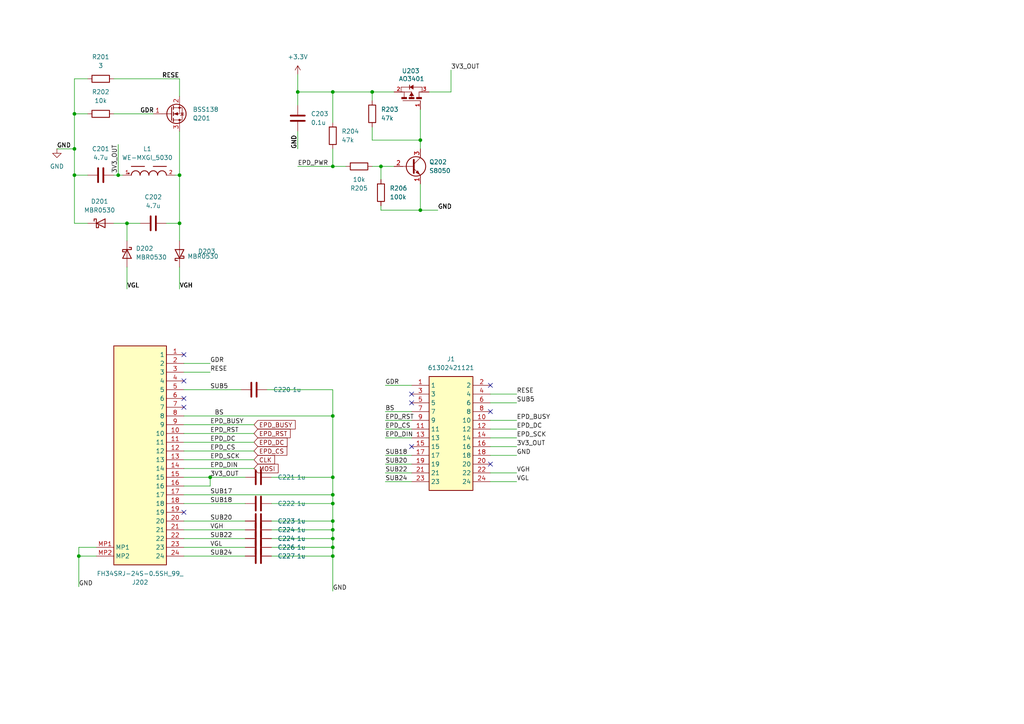
<source format=kicad_sch>
(kicad_sch (version 20250114) (generator "eeschema") (generator_version "9.0")
  (paper "A4")
  (lib_symbols
    (symbol "61302421121:61302421121"
      (property "Reference" "J" (at 19.05 7.62 0))
      (property "Value" "61302421121" (at 19.05 5.08 0))
      (symbol "61302421121_1_1"
        (rectangle (start 5.08 2.54) (end 17.78 -30.48) (stroke (width 0.254)) (fill (type background)))
        (pin passive line (at 0 0 0) (length 5.08) (name "1") (number "1"))
        (pin passive line (at 0 -2.54 0) (length 5.08) (name "3") (number "3"))
        (pin passive line (at 0 -5.08 0) (length 5.08) (name "5") (number "5"))
        (pin passive line (at 0 -7.62 0) (length 5.08) (name "7") (number "7"))
        (pin passive line (at 0 -10.16 0) (length 5.08) (name "9") (number "9"))
        (pin passive line (at 0 -12.7 0) (length 5.08) (name "11") (number "11"))
        (pin passive line (at 0 -15.24 0) (length 5.08) (name "13") (number "13"))
        (pin passive line (at 0 -17.78 0) (length 5.08) (name "15") (number "15"))
        (pin passive line (at 0 -20.32 0) (length 5.08) (name "17") (number "17"))
        (pin passive line (at 0 -22.86 0) (length 5.08) (name "19") (number "19"))
        (pin passive line (at 0 -25.4 0) (length 5.08) (name "21") (number "21"))
        (pin passive line (at 0 -27.94 0) (length 5.08) (name "23") (number "23"))
        (pin passive line (at 22.86 0 180) (length 5.08) (name "2") (number "2"))
        (pin passive line (at 22.86 -2.54 180) (length 5.08) (name "4") (number "4"))
        (pin passive line (at 22.86 -5.08 180) (length 5.08) (name "6") (number "6"))
        (pin passive line (at 22.86 -7.62 180) (length 5.08) (name "8") (number "8"))
        (pin passive line (at 22.86 -10.16 180) (length 5.08) (name "10") (number "10"))
        (pin passive line (at 22.86 -12.7 180) (length 5.08) (name "12") (number "12"))
        (pin passive line (at 22.86 -15.24 180) (length 5.08) (name "14") (number "14"))
        (pin passive line (at 22.86 -17.78 180) (length 5.08) (name "16") (number "16"))
        (pin passive line (at 22.86 -20.32 180) (length 5.08) (name "18") (number "18"))
        (pin passive line (at 22.86 -22.86 180) (length 5.08) (name "20") (number "20"))
        (pin passive line (at 22.86 -25.4 180) (length 5.08) (name "22") (number "22"))
        (pin passive line (at 22.86 -27.94 180) (length 5.08) (name "24") (number "24"))
      )
    )
    (symbol "AO3401:AO3401" (pin_names (offset 1.016))
      (property "Reference" "U" (at 0 -2.54 90))
      (property "Value" "AO3401" (at 2.54 -2.54 90))
      (symbol "AO3401_0_0"
        (polyline (pts (xy -0.508 0) (xy -0.508 -1.397)) (stroke (width 0.1524)))
        (polyline (pts (xy -0.508 -1.397) (xy 2.159 -1.397)) (stroke (width 0.1524)))
        (rectangle (start -0.381 1.524) (end 1.143 2.032) (stroke (width 0.1)) (fill (type outline)))
        (polyline (pts (xy 0 2.54) (xy 5.08 2.54)) (stroke (width 0.1524)))
        (polyline (pts (xy 0.381 1.524) (xy 0.381 0)) (stroke (width 0.1524)))
        (polyline (pts (xy 0.381 0) (xy 0 0)) (stroke (width 0.1524)))
        (rectangle (start 1.778 1.524) (end 3.302 2.032) (stroke (width 0.1)) (fill (type outline)))
        (polyline (pts (xy 2.54 1.651) (xy 2.54 0)) (stroke (width 0.1524)))
        (polyline (pts (xy 2.54 0.127) (xy 3.175 1.143) (xy 1.905 1.143) (xy 2.54 0.127)) (stroke (width 0.1016)) (fill (type outline)))
        (polyline (pts (xy 2.54 0) (xy 4.699 0)) (stroke (width 0.1524)))
        (polyline (pts (xy 3.048 -1.397) (xy 5.588 -1.397)) (stroke (width 0.1524)))
        (polyline (pts (xy 3.048 -1.397) (xy 2.032 -0.762) (xy 2.032 -2.032) (xy 3.048 -1.397)) (stroke (width 0.1016)) (fill (type outline)))
        (rectangle (start 3.048 -2.032) (end 3.175 -0.762) (stroke (width 0.1)) (fill (type outline)))
        (rectangle (start 3.937 1.524) (end 5.461 2.032) (stroke (width 0.1)) (fill (type outline)))
        (polyline (pts (xy 4.699 1.524) (xy 4.699 0)) (stroke (width 0.1524)))
        (polyline (pts (xy 4.699 0) (xy 5.08 0)) (stroke (width 0.1524)))
        (polyline (pts (xy 5.588 -1.397) (xy 5.588 0)) (stroke (width 0.1524)))
        (pin passive line (at -2.54 0 0) (length 2.54) (name "~") (number "3"))
        (pin passive line (at 0 5.08 270) (length 2.54) (name "~") (number "1"))
        (pin passive line (at 7.62 0 180) (length 2.54) (name "~") (number "2"))
      )
    )
    (symbol "Device:C" (pin_numbers (hide yes)) (pin_names (offset 0.254))
      (property "Reference" "C" (at 0.635 2.54 0))
      (property "Value" "C" (at 0.635 -2.54 0))
      (symbol "C_0_1"
        (polyline (pts (xy -2.032 0.762) (xy 2.032 0.762)) (stroke (width 0.508)))
        (polyline (pts (xy -2.032 -0.762) (xy 2.032 -0.762)) (stroke (width 0.508)))
      )
      (symbol "C_1_1"
        (pin passive line (at 0 3.81 270) (length 2.794) (name "~") (number "1"))
        (pin passive line (at 0 -3.81 90) (length 2.794) (name "~") (number "2"))
      )
    )
    (symbol "Device:R" (pin_numbers (hide yes)) (pin_names (offset 0))
      (property "Reference" "R" (at 2.032 0 90))
      (property "Value" "R" (at 0 0 90))
      (symbol "R_0_1"
        (rectangle (start -1.016 -2.54) (end 1.016 2.54) (stroke (width 0.254)))
      )
      (symbol "R_1_1"
        (pin passive line (at 0 3.81 270) (length 1.27) (name "~") (number "1"))
        (pin passive line (at 0 -3.81 90) (length 1.27) (name "~") (number "2"))
      )
    )
    (symbol "Diode:MBR0530" (pin_numbers (hide yes)) (pin_names (offset 1.016) (hide yes))
      (property "Reference" "D" (at 0 2.54 0))
      (property "Value" "MBR0530" (at 0 -2.54 0))
      (symbol "MBR0530_0_1"
        (polyline (pts (xy -1.905 0.635) (xy -1.905 1.27) (xy -1.27 1.27) (xy -1.27 -1.27) (xy -0.635 -1.27) (xy -0.635 -0.635)) (stroke (width 0.254)))
        (polyline (pts (xy 1.27 1.27) (xy 1.27 -1.27) (xy -1.27 0) (xy 1.27 1.27)) (stroke (width 0.254)))
        (polyline (pts (xy 1.27 0) (xy -1.27 0)))
      )
      (symbol "MBR0530_1_1"
        (pin passive line (at -3.81 0 0) (length 2.54) (name "K") (number "1"))
        (pin passive line (at 3.81 0 180) (length 2.54) (name "A") (number "2"))
      )
    )
    (symbol "FH34SRJ-24S-0.5SH(99):FH34SRJ-24S-0.5SH_99_"
      (property "Reference" "J" (at 21.59 7.62 0))
      (property "Value" "FH34SRJ-24S-0.5SH_99_" (at 21.59 5.08 0))
      (symbol "FH34SRJ-24S-0.5SH_99__1_1"
        (rectangle (start 5.08 2.54) (end 20.32 -60.96) (stroke (width 0.254)) (fill (type background)))
        (pin passive line (at 0 0 0) (length 5.08) (name "MP2") (number "MP2"))
        (pin passive line (at 0 -2.54 0) (length 5.08) (name "MP1") (number "MP1"))
        (pin passive line (at 25.4 0 180) (length 5.08) (name "24") (number "24"))
        (pin passive line (at 25.4 -2.54 180) (length 5.08) (name "23") (number "23"))
        (pin passive line (at 25.4 -5.08 180) (length 5.08) (name "22") (number "22"))
        (pin passive line (at 25.4 -7.62 180) (length 5.08) (name "21") (number "21"))
        (pin passive line (at 25.4 -10.16 180) (length 5.08) (name "20") (number "20"))
        (pin passive line (at 25.4 -12.7 180) (length 5.08) (name "19") (number "19"))
        (pin passive line (at 25.4 -15.24 180) (length 5.08) (name "18") (number "18"))
        (pin passive line (at 25.4 -17.78 180) (length 5.08) (name "17") (number "17"))
        (pin passive line (at 25.4 -20.32 180) (length 5.08) (name "16") (number "16"))
        (pin passive line (at 25.4 -22.86 180) (length 5.08) (name "15") (number "15"))
        (pin passive line (at 25.4 -25.4 180) (length 5.08) (name "14") (number "14"))
        (pin passive line (at 25.4 -27.94 180) (length 5.08) (name "13") (number "13"))
        (pin passive line (at 25.4 -30.48 180) (length 5.08) (name "12") (number "12"))
        (pin passive line (at 25.4 -33.02 180) (length 5.08) (name "11") (number "11"))
        (pin passive line (at 25.4 -35.56 180) (length 5.08) (name "10") (number "10"))
        (pin passive line (at 25.4 -38.1 180) (length 5.08) (name "9") (number "9"))
        (pin passive line (at 25.4 -40.64 180) (length 5.08) (name "8") (number "8"))
        (pin passive line (at 25.4 -43.18 180) (length 5.08) (name "7") (number "7"))
        (pin passive line (at 25.4 -45.72 180) (length 5.08) (name "6") (number "6"))
        (pin passive line (at 25.4 -48.26 180) (length 5.08) (name "5") (number "5"))
        (pin passive line (at 25.4 -50.8 180) (length 5.08) (name "4") (number "4"))
        (pin passive line (at 25.4 -53.34 180) (length 5.08) (name "3") (number "3"))
        (pin passive line (at 25.4 -55.88 180) (length 5.08) (name "2") (number "2"))
        (pin passive line (at 25.4 -58.42 180) (length 5.08) (name "1") (number "1"))
      )
    )
    (symbol "Transistor_BJT:S8050" (pin_names (offset 0) (hide yes))
      (property "Reference" "Q" (at 5.08 1.905 0))
      (property "Value" "S8050" (at 5.08 0 0))
      (symbol "S8050_0_1"
        (polyline (pts (xy -2.54 0) (xy 0.635 0)))
        (polyline (pts (xy 0.635 1.905) (xy 0.635 -1.905)) (stroke (width 0.508)))
        (circle (center 1.27 0) (radius 2.8194) (stroke (width 0.254)))
      )
      (symbol "S8050_1_1"
        (polyline (pts (xy 0.635 0.635) (xy 2.54 2.54)))
        (polyline (pts (xy 0.635 -0.635) (xy 2.54 -2.54)))
        (polyline (pts (xy 1.27 -1.778) (xy 1.778 -1.27) (xy 2.286 -2.286) (xy 1.27 -1.778)) (fill (type outline)))
        (pin input line (at -5.08 0 0) (length 2.54) (name "B") (number "2"))
        (pin passive line (at 2.54 5.08 270) (length 2.54) (name "C") (number "3"))
        (pin passive line (at 2.54 -5.08 90) (length 2.54) (name "E") (number "1"))
      )
    )
    (symbol "Transistor_FET:BSS138" (pin_names (hide yes))
      (property "Reference" "Q" (at 5.08 1.905 0))
      (property "Value" "BSS138" (at 5.08 0 0))
      (symbol "BSS138_0_1"
        (polyline (pts (xy 0.254 1.905) (xy 0.254 -1.905)) (stroke (width 0.254)))
        (polyline (pts (xy 0.254 0) (xy -2.54 0)))
        (polyline (pts (xy 0.762 2.286) (xy 0.762 1.27)) (stroke (width 0.254)))
        (polyline (pts (xy 0.762 0.508) (xy 0.762 -0.508)) (stroke (width 0.254)))
        (polyline (pts (xy 0.762 -1.27) (xy 0.762 -2.286)) (stroke (width 0.254)))
        (polyline (pts (xy 0.762 -1.778) (xy 3.302 -1.778) (xy 3.302 1.778) (xy 0.762 1.778)))
        (polyline (pts (xy 1.016 0) (xy 2.032 0.381) (xy 2.032 -0.381) (xy 1.016 0)) (fill (type outline)))
        (circle (center 1.651 0) (radius 2.794) (stroke (width 0.254)))
        (polyline (pts (xy 2.54 2.54) (xy 2.54 1.778)))
        (circle (center 2.54 1.778) (radius 0.254) (fill (type outline)))
        (circle (center 2.54 -1.778) (radius 0.254) (fill (type outline)))
        (polyline (pts (xy 2.54 -2.54) (xy 2.54 0) (xy 0.762 0)))
        (polyline (pts (xy 2.794 0.508) (xy 2.921 0.381) (xy 3.683 0.381) (xy 3.81 0.254)))
        (polyline (pts (xy 3.302 0.381) (xy 2.921 -0.254) (xy 3.683 -0.254) (xy 3.302 0.381)))
      )
      (symbol "BSS138_1_1"
        (pin input line (at -5.08 0 0) (length 2.54) (name "G") (number "1"))
        (pin passive line (at 2.54 5.08 270) (length 2.54) (name "D") (number "3"))
        (pin passive line (at 2.54 -5.08 90) (length 2.54) (name "S") (number "2"))
      )
    )
    (symbol "WE-MXGI_5030:WE-MXGI_5030" (pin_names (offset 1.016))
      (property "Reference" "L" (at 0 3.81 0))
      (property "Value" "WE-MXGI_5030" (at 0 -2.54 0))
      (symbol "WE-MXGI_5030_0_0"
        (circle (center -5.842 0.508) (radius 0.127) (stroke (width 0.254)))
        (polyline (pts (xy -5.08 2.54) (xy -1.27 2.54)) (stroke (width 0.254)))
        (arc (start -5.08 0) (mid -3.81 1.2645) (end -2.54 0) (stroke (width 0.254)))
        (arc (start -2.54 0) (mid -1.27 1.2645) (end 0 0) (stroke (width 0.254)))
        (polyline (pts (xy 1.27 2.54) (xy 5.08 2.54)) (stroke (width 0.254)))
        (arc (start 0 0) (mid 1.27 1.2645) (end 2.54 0) (stroke (width 0.254)))
        (arc (start 2.54 0) (mid 3.81 1.2645) (end 5.08 0) (stroke (width 0.254)))
        (pin passive line (at -7.62 0 0) (length 2.54) (name "~") (number "1"))
        (pin passive line (at 7.62 0 180) (length 2.54) (name "~") (number "2"))
      )
    )
    (symbol "power:+3.3V" (power) (pin_numbers (hide yes)) (pin_names (offset 0) (hide yes))
      (property "Value" "+3.3V" (at 0 3.556 0))
      (symbol "+3.3V_0_1"
        (polyline (pts (xy -0.762 1.27) (xy 0 2.54)))
        (polyline (pts (xy 0 2.54) (xy 0.762 1.27)))
        (polyline (pts (xy 0 0) (xy 0 2.54)))
      )
      (symbol "+3.3V_1_1"
        (pin power_in line (at 0 0 90) (length 0) (name "~") (number "1"))
      )
    )
    (symbol "power:GND" (power) (pin_numbers (hide yes)) (pin_names (offset 0) (hide yes))
      (property "Value" "GND" (at 0 -3.81 0))
      (symbol "GND_0_1"
        (polyline (pts (xy 0 0) (xy 0 -1.27) (xy 1.27 -1.27) (xy 0 -2.54) (xy -1.27 -1.27) (xy 0 -1.27)))
      )
      (symbol "GND_1_1"
        (pin power_in line (at 0 0 270) (length 0) (name "~") (number "1"))
      )
    )
  )
  (junction (at 86.36 26.67))
  (junction (at 21.59 33.02))
  (junction (at 52.07 64.77))
  (junction (at 96.52 143.51))
  (junction (at 96.52 158.75))
  (junction (at 96.52 26.67))
  (junction (at 34.29 50.8))
  (junction (at 110.49 48.26))
  (junction (at 52.07 50.8))
  (junction (at 121.92 60.96))
  (junction (at 22.86 161.29))
  (junction (at 96.52 153.67))
  (junction (at 121.92 40.64))
  (junction (at 21.59 43.18))
  (junction (at 96.52 156.21))
  (junction (at 36.83 64.77))
  (junction (at 60.96 138.43))
  (junction (at 21.59 50.8))
  (junction (at 96.52 138.43))
  (junction (at 107.95 26.67))
  (junction (at 96.52 146.05))
  (junction (at 96.52 161.29))
  (junction (at 96.52 120.65))
  (junction (at 96.52 48.26))
  (junction (at 96.52 151.13))
  (no_connect (at 53.34 110.49))
  (no_connect (at 142.24 119.38))
  (no_connect (at 142.24 111.76))
  (no_connect (at 119.38 114.3))
  (no_connect (at 53.34 148.59))
  (no_connect (at 53.34 102.87))
  (no_connect (at 142.24 134.62))
  (no_connect (at 53.34 118.11))
  (no_connect (at 53.34 115.57))
  (no_connect (at 119.38 129.54))
  (no_connect (at 119.38 116.84))
  (wire (pts (xy 52.07 50.8) (xy 52.07 64.77)))
  (wire (pts (xy 21.59 50.8) (xy 21.59 64.77)))
  (wire (pts (xy 53.34 151.13) (xy 71.12 151.13)))
  (wire (pts (xy 53.34 130.81) (xy 73.66 130.81)))
  (wire (pts (xy 78.74 158.75) (xy 96.52 158.75)))
  (wire (pts (xy 36.83 77.47) (xy 36.83 83.82)))
  (wire (pts (xy 107.95 26.67) (xy 107.95 29.21)))
  (wire (pts (xy 111.76 111.76) (xy 119.38 111.76)))
  (wire (pts (xy 21.59 43.18) (xy 21.59 50.8)))
  (wire (pts (xy 111.76 127) (xy 119.38 127)))
  (wire (pts (xy 77.47 113.03) (xy 96.52 113.03)))
  (wire (pts (xy 33.02 50.8) (xy 34.29 50.8)))
  (wire (pts (xy 96.52 156.21) (xy 96.52 158.75)))
  (wire (pts (xy 86.36 26.67) (xy 96.52 26.67)))
  (wire (pts (xy 96.52 161.29) (xy 96.52 171.45)))
  (wire (pts (xy 53.34 107.95) (xy 60.96 107.95)))
  (wire (pts (xy 21.59 33.02) (xy 21.59 43.18)))
  (wire (pts (xy 78.74 153.67) (xy 96.52 153.67)))
  (wire (pts (xy 111.76 137.16) (xy 119.38 137.16)))
  (wire (pts (xy 111.76 132.08) (xy 119.38 132.08)))
  (wire (pts (xy 142.24 114.3) (xy 149.86 114.3)))
  (wire (pts (xy 142.24 116.84) (xy 149.86 116.84)))
  (wire (pts (xy 22.86 161.29) (xy 22.86 170.18)))
  (wire (pts (xy 96.52 43.18) (xy 96.52 48.26)))
  (wire (pts (xy 53.34 128.27) (xy 73.66 128.27)))
  (wire (pts (xy 107.95 36.83) (xy 107.95 40.64)))
  (wire (pts (xy 21.59 64.77) (xy 25.4 64.77)))
  (wire (pts (xy 53.34 146.05) (xy 71.12 146.05)))
  (wire (pts (xy 111.76 124.46) (xy 119.38 124.46)))
  (wire (pts (xy 96.52 146.05) (xy 96.52 151.13)))
  (wire (pts (xy 33.02 22.86) (xy 52.07 22.86)))
  (wire (pts (xy 96.52 26.67) (xy 96.52 35.56)))
  (wire (pts (xy 16.51 43.18) (xy 21.59 43.18)))
  (wire (pts (xy 96.52 113.03) (xy 96.52 120.65)))
  (wire (pts (xy 96.52 48.26) (xy 100.33 48.26)))
  (wire (pts (xy 53.34 105.41) (xy 60.96 105.41)))
  (wire (pts (xy 96.52 143.51) (xy 96.52 146.05)))
  (wire (pts (xy 53.34 123.19) (xy 73.66 123.19)))
  (wire (pts (xy 111.76 139.7) (xy 119.38 139.7)))
  (wire (pts (xy 142.24 127) (xy 149.86 127)))
  (wire (pts (xy 60.96 140.97) (xy 60.96 138.43)))
  (wire (pts (xy 48.26 64.77) (xy 52.07 64.77)))
  (wire (pts (xy 53.34 161.29) (xy 71.12 161.29)))
  (wire (pts (xy 21.59 33.02) (xy 25.4 33.02)))
  (wire (pts (xy 86.36 38.1) (xy 86.36 43.18)))
  (wire (pts (xy 22.86 158.75) (xy 27.94 158.75)))
  (wire (pts (xy 78.74 146.05) (xy 96.52 146.05)))
  (wire (pts (xy 110.49 48.26) (xy 110.49 52.07)))
  (wire (pts (xy 34.29 50.8) (xy 35.56 50.8)))
  (wire (pts (xy 111.76 119.38) (xy 119.38 119.38)))
  (wire (pts (xy 142.24 121.92) (xy 149.86 121.92)))
  (wire (pts (xy 60.96 138.43) (xy 71.12 138.43)))
  (wire (pts (xy 53.34 125.73) (xy 73.66 125.73)))
  (wire (pts (xy 53.34 153.67) (xy 71.12 153.67)))
  (wire (pts (xy 53.34 138.43) (xy 60.96 138.43)))
  (wire (pts (xy 86.36 48.26) (xy 96.52 48.26)))
  (wire (pts (xy 114.3 26.67) (xy 107.95 26.67)))
  (wire (pts (xy 107.95 48.26) (xy 110.49 48.26)))
  (wire (pts (xy 53.34 113.03) (xy 69.85 113.03)))
  (wire (pts (xy 78.74 156.21) (xy 96.52 156.21)))
  (wire (pts (xy 33.02 33.02) (xy 44.45 33.02)))
  (wire (pts (xy 53.34 133.35) (xy 73.66 133.35)))
  (wire (pts (xy 111.76 134.62) (xy 119.38 134.62)))
  (wire (pts (xy 52.07 64.77) (xy 52.07 69.85)))
  (wire (pts (xy 21.59 50.8) (xy 25.4 50.8)))
  (wire (pts (xy 124.46 26.67) (xy 130.81 26.67)))
  (wire (pts (xy 33.02 64.77) (xy 36.83 64.77)))
  (wire (pts (xy 34.29 41.91) (xy 34.29 50.8)))
  (wire (pts (xy 121.92 31.75) (xy 121.92 40.64)))
  (wire (pts (xy 52.07 77.47) (xy 52.07 83.82)))
  (wire (pts (xy 50.8 50.8) (xy 52.07 50.8)))
  (wire (pts (xy 96.52 151.13) (xy 96.52 153.67)))
  (wire (pts (xy 121.92 40.64) (xy 121.92 43.18)))
  (wire (pts (xy 130.81 20.32) (xy 130.81 26.67)))
  (wire (pts (xy 53.34 120.65) (xy 96.52 120.65)))
  (wire (pts (xy 53.34 156.21) (xy 71.12 156.21)))
  (wire (pts (xy 110.49 59.69) (xy 110.49 60.96)))
  (wire (pts (xy 21.59 22.86) (xy 21.59 33.02)))
  (wire (pts (xy 86.36 21.59) (xy 86.36 26.67)))
  (wire (pts (xy 53.34 140.97) (xy 60.96 140.97)))
  (wire (pts (xy 96.52 158.75) (xy 96.52 161.29)))
  (wire (pts (xy 111.76 121.92) (xy 119.38 121.92)))
  (wire (pts (xy 107.95 40.64) (xy 121.92 40.64)))
  (wire (pts (xy 142.24 129.54) (xy 149.86 129.54)))
  (wire (pts (xy 78.74 151.13) (xy 96.52 151.13)))
  (wire (pts (xy 36.83 64.77) (xy 36.83 69.85)))
  (wire (pts (xy 96.52 153.67) (xy 96.52 156.21)))
  (wire (pts (xy 110.49 48.26) (xy 114.3 48.26)))
  (wire (pts (xy 142.24 124.46) (xy 149.86 124.46)))
  (wire (pts (xy 121.92 53.34) (xy 121.92 60.96)))
  (wire (pts (xy 142.24 137.16) (xy 149.86 137.16)))
  (wire (pts (xy 52.07 22.86) (xy 52.07 27.94)))
  (wire (pts (xy 52.07 38.1) (xy 52.07 50.8)))
  (wire (pts (xy 53.34 135.89) (xy 73.66 135.89)))
  (wire (pts (xy 22.86 158.75) (xy 22.86 161.29)))
  (wire (pts (xy 96.52 120.65) (xy 96.52 138.43)))
  (wire (pts (xy 110.49 60.96) (xy 121.92 60.96)))
  (wire (pts (xy 78.74 138.43) (xy 96.52 138.43)))
  (wire (pts (xy 22.86 161.29) (xy 27.94 161.29)))
  (wire (pts (xy 142.24 132.08) (xy 149.86 132.08)))
  (wire (pts (xy 142.24 139.7) (xy 149.86 139.7)))
  (wire (pts (xy 86.36 26.67) (xy 86.36 30.48)))
  (wire (pts (xy 53.34 158.75) (xy 71.12 158.75)))
  (wire (pts (xy 96.52 26.67) (xy 107.95 26.67)))
  (wire (pts (xy 121.92 60.96) (xy 127 60.96)))
  (wire (pts (xy 25.4 22.86) (xy 21.59 22.86)))
  (wire (pts (xy 53.34 143.51) (xy 96.52 143.51)))
  (wire (pts (xy 78.74 161.29) (xy 96.52 161.29)))
  (wire (pts (xy 36.83 64.77) (xy 40.64 64.77)))
  (wire (pts (xy 96.52 138.43) (xy 96.52 143.51)))
  (label "VGH" (at 52.07 83.82 0))
  (label "SUB22" (at 111.76 137.16 0))
  (label "GDR" (at 40.64 33.02 0))
  (label "RESE" (at 46.99 22.86 0))
  (label "SUB24" (at 111.76 139.7 0))
  (label "GDR" (at 60.96 105.41 0))
  (label "3V3_OUT" (at 34.29 41.91 270))
  (label "GND" (at 127 60.96 0))
  (label "RESE" (at 149.86 114.3 0))
  (label "RESE" (at 46.99 22.86 0))
  (label "BS" (at 62.23 120.65 0))
  (label "SUB20" (at 60.96 151.13 0))
  (label "BS" (at 111.76 119.38 0))
  (label "SUB18" (at 111.76 132.08 0))
  (label "VGL" (at 36.83 83.82 0))
  (label "GDR" (at 40.64 33.02 0))
  (label "GDR" (at 40.64 33.02 0))
  (label "GND" (at 127 60.96 0))
  (label "GND" (at 96.52 171.45 0))
  (label "GND" (at 16.51 43.18 0))
  (label "SUB24" (at 60.96 161.29 0))
  (label "GND" (at 86.36 43.18 90))
  (label "RESE" (at 46.99 22.86 0))
  (label "EPD_DC" (at 60.96 128.27 0))
  (label "GDR" (at 40.64 33.02 0))
  (label "GND" (at 127 60.96 0))
  (label "EPD_RST" (at 111.76 121.92 0))
  (label "EPD_SCK" (at 149.86 127 0))
  (label "VGH" (at 52.07 83.82 0))
  (label "GND" (at 149.86 132.08 0))
  (label "EPD_CS" (at 60.96 130.81 0))
  (label "VGL" (at 149.86 139.7 0))
  (label "VGH" (at 60.96 153.67 0))
  (label "GDR" (at 111.76 111.76 0))
  (label "RESE" (at 60.96 107.95 0))
  (label "3V3_OUT" (at 149.86 129.54 0))
  (label "SUB22" (at 60.96 156.21 0))
  (label "EPD_BUSY" (at 60.96 123.19 0))
  (label "EPD_RST" (at 60.96 125.73 0))
  (label "EPD_CS" (at 111.76 124.46 0))
  (label "VGL" (at 36.83 83.82 0))
  (label "SUB17" (at 60.96 143.51 0))
  (label "EPD_PWR" (at 86.36 48.26 0))
  (label "VGL" (at 60.96 158.75 0))
  (label "GND" (at 86.36 43.18 90))
  (label "EPD_SCK" (at 60.96 133.35 0))
  (label "GND" (at 86.36 43.18 90))
  (label "VGH" (at 52.07 83.82 0))
  (label "VGL" (at 36.83 83.82 0))
  (label "RESE" (at 46.99 22.86 0))
  (label "3V3_OUT" (at 60.96 138.43 0))
  (label "GND" (at 16.51 43.18 0))
  (label "GND" (at 16.51 43.18 0))
  (label "VGH" (at 52.07 83.82 0))
  (label "SUB18" (at 60.96 146.05 0))
  (label "SUB20" (at 111.76 134.62 0))
  (label "3V3_OUT" (at 130.81 20.32 0))
  (label "EPD_BUSY" (at 149.86 121.92 0))
  (label "GND" (at 22.86 170.18 0))
  (label "GND" (at 86.36 43.18 90))
  (label "SUB5" (at 149.86 116.84 0))
  (label "GND" (at 127 60.96 0))
  (label "EPD_DC" (at 149.86 124.46 0))
  (label "VGL" (at 36.83 83.82 0))
  (label "VGH" (at 149.86 137.16 0))
  (label "GND" (at 16.51 43.18 0))
  (label "EPD_DIN" (at 111.76 127 0))
  (label "SUB5" (at 60.96 113.03 0))
  (label "EPD_DIN" (at 60.96 135.89 0))
  (global_label "EPD_CS" (shape input) (at 73.66 130.81 0) (property "Intersheetrefs" "${INTERSHEET_REFS}" (effects (hide yes))))
  (global_label "EPD_BUSY" (shape input) (at 73.66 123.19 0) (property "Intersheetrefs" "${INTERSHEET_REFS}" (effects (hide yes))))
  (global_label "MOSI" (shape input) (at 73.66 135.89 0) (property "Intersheetrefs" "${INTERSHEET_REFS}" (effects (hide yes))))
  (global_label "EPD_RST" (shape input) (at 73.66 125.73 0) (property "Intersheetrefs" "${INTERSHEET_REFS}" (effects (hide yes))))
  (global_label "EPD_DC" (shape input) (at 73.66 128.27 0) (property "Intersheetrefs" "${INTERSHEET_REFS}" (effects (hide yes))))
  (global_label "CLK" (shape input) (at 73.66 133.35 0) (property "Intersheetrefs" "${INTERSHEET_REFS}" (effects (hide yes))))
  (symbol (lib_id "Device:R") (at 29.21 22.86 270) (unit 1)
    (property "Reference" "R201" (at 29.21 16.51 90))
    (property "Value" "3" (at 29.21 19.05 90))
    (property "Footprint" "Resistor_SMD:R_0805_2012Metric_Pad1.20x1.40mm_HandSolder" (effects (hide yes)))
    (property "Description" "Resistor" (effects (hide yes)))
  )
  (symbol (lib_id "FH34SRJ-24S-0.5SH(99):FH34SRJ-24S-0.5SH_99_") (at 27.94 161.29 0) (mirror x) (unit 1)
    (property "Reference" "J202" (at 40.64 168.91 0))
    (property "Value" "FH34SRJ-24S-0.5SH_99_" (at 40.64 166.37 0))
    (property "Footprint" "Custom:FH34SRJ24S05SH99" (effects (hide yes)))
    (property "Datasheet" "https://www.hirose.com/en/product/document?clcode=CL0580-1255-6-99&productname=FH34SRJ-24S-0.5SH(99)&series=FH34SRJ&documenttype=2DDrawing&lang=en&documentid=0000990903" (effects (hide yes)))
    (property "Description" "24 Position FFC, FPC Connector Contacts, Top and Bottom 0.020\" (0.50mm) Surface Mount, Right Angle" (effects (hide yes)))
    (property "Height" "1.1" (effects (hide yes)))
    (property "Mouser Part Number" "798-FH34SRJ24S05SH99" (effects (hide yes)))
    (property "Mouser Price/Stock" "https://www.mouser.co.uk/ProductDetail/Hirose-Connector/FH34SRJ-24S-0.5SH99?qs=vcbW%252B4%252BSTIpKBl5ap9J8Fw%3D%3D" (effects (hide yes)))
    (property "Manufacturer_Name" "Hirose" (effects (hide yes)))
    (property "Manufacturer_Part_Number" "FH34SRJ-24S-0.5SH(99)" (effects (hide yes)))
  )
  (symbol (lib_id "WE-MXGI_5030:WE-MXGI_5030") (at 43.18 50.8 0) (unit 1)
    (property "Reference" "L1" (at 42.7355 43.18 0))
    (property "Value" "WE-MXGI_5030" (at 42.7355 45.72 0))
    (property "Footprint" "WE-MXGI_5030:WE-MXGI_5030" (effects (hide yes)))
  )
  (symbol (lib_id "Device:C") (at 74.93 161.29 90) (unit 1)
    (property "Reference" "C227" (at 83.058 161.29 90))
    (property "Value" "1u" (at 87.376 161.29 90))
    (property "Footprint" "Capacitor_SMD:C_0805_2012Metric_Pad1.18x1.45mm_HandSolder" (effects (hide yes)))
    (property "Description" "Unpolarized capacitor" (effects (hide yes)))
  )
  (symbol (lib_id "Device:C") (at 74.93 138.43 90) (unit 1)
    (property "Reference" "C221" (at 83.058 138.43 90))
    (property "Value" "1u" (at 87.376 138.43 90))
    (property "Footprint" "Capacitor_SMD:C_0805_2012Metric_Pad1.18x1.45mm_HandSolder" (effects (hide yes)))
    (property "Description" "Unpolarized capacitor" (effects (hide yes)))
  )
  (symbol (lib_id "Device:C") (at 29.21 50.8 90) (unit 1)
    (property "Reference" "C201" (at 29.21 43.18 90))
    (property "Value" "4.7u" (at 29.21 45.72 90))
    (property "Footprint" "Capacitor_SMD:C_0805_2012Metric_Pad1.18x1.45mm_HandSolder" (effects (hide yes)))
    (property "Description" "Unpolarized capacitor" (effects (hide yes)))
  )
  (symbol (lib_id "Device:R") (at 107.95 33.02 0) (unit 1)
    (property "Reference" "R203" (at 110.49 31.7499 0) (effects (justify left)))
    (property "Value" "47k" (at 110.49 34.2899 0) (effects (justify left)))
    (property "Footprint" "Resistor_SMD:R_0805_2012Metric_Pad1.20x1.40mm_HandSolder" (effects (hide yes)))
    (property "Description" "Resistor" (effects (hide yes)))
  )
  (symbol (lib_id "Device:C") (at 44.45 64.77 90) (unit 1)
    (property "Reference" "C202" (at 44.45 57.15 90))
    (property "Value" "4.7u" (at 44.45 59.69 90))
    (property "Footprint" "Capacitor_SMD:C_0805_2012Metric_Pad1.18x1.45mm_HandSolder" (effects (hide yes)))
    (property "Description" "Unpolarized capacitor" (effects (hide yes)))
  )
  (symbol (lib_id "Device:C") (at 74.93 151.13 90) (unit 1)
    (property "Reference" "C223" (at 83.058 151.13 90))
    (property "Value" "1u" (at 87.376 151.13 90))
    (property "Footprint" "Capacitor_SMD:C_0805_2012Metric_Pad1.18x1.45mm_HandSolder" (effects (hide yes)))
    (property "Description" "Unpolarized capacitor" (effects (hide yes)))
  )
  (symbol (lib_id "61302421121:61302421121") (at 119.38 111.76 0) (unit 1)
    (property "Reference" "J1" (at 130.81 104.14 0))
    (property "Value" "61302421121" (at 130.81 106.68 0))
    (property "Footprint" "Custom:61302421121" (effects (hide yes)))
    (property "Datasheet" "https://componentsearchengine.com/Datasheets/1/61302421121.pdf" (effects (hide yes)))
    (property "Description" "Wurth Elektronik WR-PHD Series, Series Number 6130, 2.54mm Pitch 24 Way 2 Row Straight PCB Header, Solder Termination" (effects (hide yes)))
    (property "Height" "8.54" (effects (hide yes)))
    (property "Mouser Part Number" "710-61302421121" (effects (hide yes)))
    (property "Mouser Price/Stock" "https://www.mouser.co.uk/ProductDetail/Wurth-Elektronik/61302421121?qs=PhR8RmCirEZkViXMpcFdWg%3D%3D" (effects (hide yes)))
    (property "Manufacturer_Name" "Wurth Elektronik" (effects (hide yes)))
    (property "Manufacturer_Part_Number" "61302421121" (effects (hide yes)))
  )
  (symbol (lib_id "Diode:MBR0530") (at 52.07 73.66 90) (unit 1)
    (property "Reference" "D203" (at 57.404 72.898 90) (effects (justify right)))
    (property "Value" "MBR0530" (at 54.356 74.3586 90) (effects (justify right)))
    (property "Footprint" "Diode_SMD:D_SOD-123" (effects (hide yes)))
    (property "Datasheet" "http://www.mccsemi.com/up_pdf/MBR0520~MBR0580(SOD123).pdf" (effects (hide yes)))
    (property "Description" "30V 0.5A Schottky Power Rectifier Diode, SOD-123" (effects (hide yes)))
  )
  (symbol (lib_id "Device:C") (at 74.93 146.05 90) (unit 1)
    (property "Reference" "C222" (at 83.058 146.05 90))
    (property "Value" "1u" (at 87.376 146.05 90))
    (property "Footprint" "Capacitor_SMD:C_0805_2012Metric_Pad1.18x1.45mm_HandSolder" (effects (hide yes)))
    (property "Description" "Unpolarized capacitor" (effects (hide yes)))
  )
  (symbol (lib_id "Device:R") (at 104.14 48.26 270) (unit 1)
    (property "Reference" "R205" (at 104.14 54.61 90))
    (property "Value" "10k" (at 104.14 52.07 90))
    (property "Footprint" "Resistor_SMD:R_0805_2012Metric_Pad1.20x1.40mm_HandSolder" (effects (hide yes)))
    (property "Description" "Resistor" (effects (hide yes)))
  )
  (symbol (lib_id "Diode:MBR0530") (at 36.83 73.66 270) (unit 1)
    (property "Reference" "D202" (at 39.37 72.0724 90) (effects (justify left)))
    (property "Value" "MBR0530" (at 39.37 74.6124 90) (effects (justify left)))
    (property "Footprint" "Diode_SMD:D_SOD-123" (effects (hide yes)))
    (property "Datasheet" "http://www.mccsemi.com/up_pdf/MBR0520~MBR0580(SOD123).pdf" (effects (hide yes)))
    (property "Description" "30V 0.5A Schottky Power Rectifier Diode, SOD-123" (effects (hide yes)))
  )
  (symbol (lib_id "Transistor_BJT:S8050") (at 119.38 48.26 0) (unit 1)
    (property "Reference" "Q202" (at 124.46 46.9899 0) (effects (justify left)))
    (property "Value" "S8050" (at 124.46 49.5299 0) (effects (justify left)))
    (property "Footprint" "Package_TO_SOT_THT:TO-92_Inline" (effects (hide yes)))
    (property "Datasheet" "http://www.unisonic.com.tw/datasheet/S8050.pdf" (effects (hide yes)))
    (property "Description" "0.7A Ic, 20V Vce, Low Voltage High Current NPN Transistor, TO-92" (effects (hide yes)))
  )
  (symbol (lib_id "Device:C") (at 74.93 156.21 90) (unit 1)
    (property "Reference" "C224" (at 83.058 156.21 90))
    (property "Value" "1u" (at 87.376 156.21 90))
    (property "Footprint" "Capacitor_SMD:C_0805_2012Metric_Pad1.18x1.45mm_HandSolder" (effects (hide yes)))
    (property "Description" "Unpolarized capacitor" (effects (hide yes)))
  )
  (symbol (lib_id "Device:C") (at 73.66 113.03 90) (unit 1)
    (property "Reference" "C220" (at 81.788 113.03 90))
    (property "Value" "1u" (at 86.106 113.03 90))
    (property "Footprint" "Capacitor_SMD:C_0805_2012Metric_Pad1.18x1.45mm_HandSolder" (effects (hide yes)))
    (property "Description" "Unpolarized capacitor" (effects (hide yes)))
  )
  (symbol (lib_id "Device:C") (at 74.93 158.75 90) (unit 1)
    (property "Reference" "C226" (at 83.058 158.75 90))
    (property "Value" "1u" (at 87.376 158.75 90))
    (property "Footprint" "Capacitor_SMD:C_0805_2012Metric_Pad1.18x1.45mm_HandSolder" (effects (hide yes)))
    (property "Description" "Unpolarized capacitor" (effects (hide yes)))
  )
  (symbol (lib_id "AO3401:AO3401") (at 121.92 26.67 180) (unit 1)
    (property "Reference" "U203" (at 119.126 20.574 0))
    (property "Value" "AO3401" (at 119.38 22.86 0))
    (property "Footprint" "Custom:SOT23" (effects (hide yes)))
    (property "MF" "Alpha & Omega Semiconductor" (effects (hide yes)))
    (property "Description_1" "P-Channel 30 V 4A (Ta) 1.4W (Ta) Surface Mount SOT-23-3" (effects (hide yes)))
    (property "Package" "SOT-23-3 Alpha &amp; Omega Semiconductor" (effects (hide yes)))
    (property "Price" "None" (effects (hide yes)))
    (property "SnapEDA_Link" "https://www.snapeda.com/parts/AO3401/Alpha/view-part/?ref=snap" (effects (hide yes)))
    (property "MP" "AO3401" (effects (hide yes)))
    (property "Availability" "In Stock" (effects (hide yes)))
    (property "Check_prices" "https://www.snapeda.com/parts/AO3401/Alpha/view-part/?ref=eda" (effects (hide yes)))
  )
  (symbol (lib_id "power:GND") (at 16.51 43.18 0) (unit 1)
    (property "Reference" "#PWR01" (effects (hide yes)))
    (property "Value" "GND" (at 16.51 48.26 0))
    (property "Description" "Power symbol creates a global label with name \"GND\" , ground" (effects (hide yes)))
  )
  (symbol (lib_id "Device:R") (at 96.52 39.37 0) (unit 1)
    (property "Reference" "R204" (at 99.06 38.0999 0) (effects (justify left)))
    (property "Value" "47k" (at 99.06 40.6399 0) (effects (justify left)))
    (property "Footprint" "Resistor_SMD:R_0805_2012Metric_Pad1.20x1.40mm_HandSolder" (effects (hide yes)))
    (property "Description" "Resistor" (effects (hide yes)))
  )
  (symbol (lib_id "Device:R") (at 110.49 55.88 180) (unit 1)
    (property "Reference" "R206" (at 113.03 54.6099 0) (effects (justify right)))
    (property "Value" "100k" (at 113.03 57.1499 0) (effects (justify right)))
    (property "Footprint" "Resistor_SMD:R_0805_2012Metric_Pad1.20x1.40mm_HandSolder" (effects (hide yes)))
    (property "Description" "Resistor" (effects (hide yes)))
  )
  (symbol (lib_id "Transistor_FET:BSS138") (at 49.53 33.02 0) (mirror x) (unit 1)
    (property "Reference" "Q201" (at 55.88 34.2901 0) (effects (justify left)))
    (property "Value" "BSS138" (at 55.88 31.7501 0) (effects (justify left)))
    (property "Footprint" "Package_TO_SOT_SMD:SOT-23-3" (effects (hide yes)))
    (property "Datasheet" "https://www.onsemi.com/pub/Collateral/BSS138-D.PDF" (effects (hide yes)))
    (property "Description" "50V Vds, 0.22A Id, N-Channel MOSFET, SOT-23" (effects (hide yes)))
  )
  (symbol (lib_id "Device:C") (at 74.93 153.67 90) (unit 1)
    (property "Reference" "C224" (at 83.058 153.67 90))
    (property "Value" "1u" (at 87.376 153.67 90))
    (property "Footprint" "Capacitor_SMD:C_0805_2012Metric_Pad1.18x1.45mm_HandSolder" (effects (hide yes)))
    (property "Description" "Unpolarized capacitor" (effects (hide yes)))
  )
  (symbol (lib_id "Device:C") (at 86.36 34.29 0) (unit 1)
    (property "Reference" "C203" (at 90.17 33.0199 0) (effects (justify left)))
    (property "Value" "0.1u" (at 90.17 35.5599 0) (effects (justify left)))
    (property "Footprint" "Capacitor_SMD:C_0805_2012Metric_Pad1.18x1.45mm_HandSolder" (effects (hide yes)))
    (property "Description" "Unpolarized capacitor" (effects (hide yes)))
  )
  (symbol (lib_id "Device:R") (at 29.21 33.02 90) (unit 1)
    (property "Reference" "R202" (at 29.21 26.67 90))
    (property "Value" "10k" (at 29.21 29.21 90))
    (property "Footprint" "Resistor_SMD:R_0805_2012Metric_Pad1.20x1.40mm_HandSolder" (effects (hide yes)))
    (property "Description" "Resistor" (effects (hide yes)))
  )
  (symbol (lib_id "power:+3.3V") (at 86.36 21.59 0) (unit 1)
    (property "Reference" "#PWR02" (effects (hide yes)))
    (property "Value" "+3.3V" (at 86.36 16.51 0))
    (property "Description" "Power symbol creates a global label with name \"+3.3V\"" (effects (hide yes)))
  )
  (symbol (lib_id "Diode:MBR0530") (at 29.21 64.77 0) (unit 1)
    (property "Reference" "D201" (at 28.8925 58.42 0))
    (property "Value" "MBR0530" (at 28.8925 60.96 0))
    (property "Footprint" "Diode_SMD:D_SOD-123" (effects (hide yes)))
    (property "Datasheet" "http://www.mccsemi.com/up_pdf/MBR0520~MBR0580(SOD123).pdf" (effects (hide yes)))
    (property "Description" "30V 0.5A Schottky Power Rectifier Diode, SOD-123" (effects (hide yes)))
  )
)
</source>
